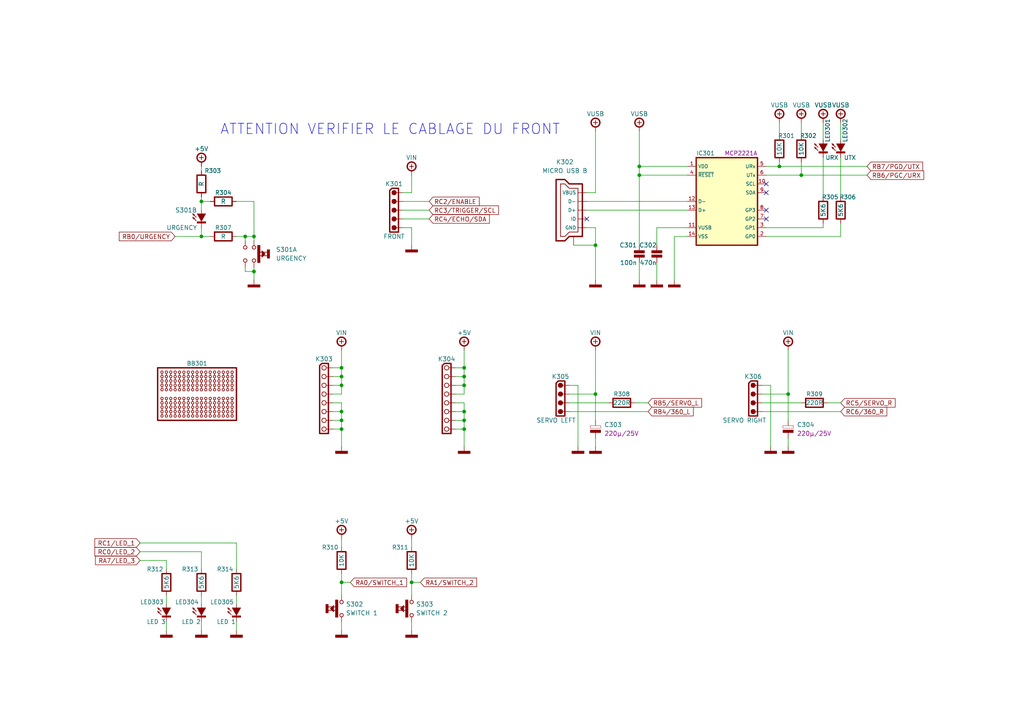
<source format=kicad_sch>
(kicad_sch (version 20210126) (generator eeschema)
  (paper "A4")
  (title_block (title "HID") (date "01/2021") (rev "A") (comment 1 "TBOT - PIC8-Bit"))
  (lib_symbols
    (symbol "tronixALL:+5V" (power) (pin_numbers hide) (pin_names (offset 0) hide)
      (property "Value" "+5V" (at 0 5.08 0))
      (symbol "+5V_1_1"
        (pin power_in line (at 0 0 90) (length 1.27) (name "+5V") (number "1"))
      )
    )
    (symbol "tronixALL:BREADBOARD-170" (pin_numbers hide) (pin_names (offset 0) hide)
      (property "Reference" "BB" (at 0 8.89 0))
    )
    (symbol "tronixALL:C" (pin_numbers hide) (pin_names (offset 0) hide)
      (property "Reference" "C" (at 0.635 2.54 0))
      (property "Value" "C" (at 0.635 -2.54 0))
      (symbol "C_1_1"
        (pin passive line (at 0 2.54 270) (length 1.905) (name "~") (number "1"))
        (pin passive line (at 0 -2.54 90) (length 1.905) (name "~") (number "2"))
      )
    )
    (symbol "tronixALL:CK-PTS635-50-THT" (pin_numbers hide) (pin_names (offset 0) hide)
      (property "Reference" "S" (at 0 6.35 0))
      (property "Value" "CK-PTS635-50-THT" (at 0 -2.54 0))
      (symbol "CK-PTS635-50-THT_0_1"
        (pin passive line (at -3.81 0 0) (length 1.27) (name "1") (number "1"))
        (pin passive line (at 3.81 0 180) (length 1.27) (name "2") (number "2"))
      )
    )
    (symbol "tronixALL:C_1" (pin_numbers hide) (pin_names (offset 0) hide)
      (property "Reference" "C" (at 0.635 2.54 0))
      (property "Value" "C" (at 0.635 -2.54 0))
      (symbol "C_1_1_1"
        (pin passive line (at 0 2.54 270) (length 1.905) (name "~") (number "1"))
        (pin passive line (at 0 -2.54 90) (length 1.905) (name "~") (number "2"))
      )
    )
    (symbol "tronixALL:E-SWITCH-TL1240RQ1JCLR" (pin_numbers hide) (pin_names (offset 0) hide)
      (property "Reference" "S" (at 0 6.35 0))
      (property "Value" "E-SWITCH-TL1240RQ1JCLR" (at 0 -5.08 0))
      (symbol "E-SWITCH-TL1240RQ1JCLR_1_1"
        (pin passive line (at -3.81 0 0) (length 1.27) (name "1") (number "1"))
        (pin passive line (at 3.81 0 180) (length 1.27) (name "4") (number "4"))
        (pin passive line (at 3.81 -2.54 180) (length 1.27) (name "3") (number "3"))
        (pin passive line (at -3.81 -2.54 0) (length 1.27) (name "2") (number "2"))
      )
      (symbol "E-SWITCH-TL1240RQ1JCLR_2_1"
        (pin passive line (at -2.54 0 0) (length 1.27) (name "C") (number "5"))
        (pin passive line (at 2.54 0 180) (length 1.27) (name "A") (number "6"))
      )
    )
    (symbol "tronixALL:E-SWITCH-TL1240RQ1JCLR_1" (pin_numbers hide) (pin_names (offset 0) hide)
      (property "Reference" "S" (at 0 6.35 0))
      (property "Value" "E-SWITCH-TL1240RQ1JCLR" (at 0 -5.08 0))
      (symbol "E-SWITCH-TL1240RQ1JCLR_1_1_1"
        (pin passive line (at -3.81 0 0) (length 1.27) (name "1") (number "1"))
        (pin passive line (at 3.81 0 180) (length 1.27) (name "4") (number "4"))
        (pin passive line (at 3.81 -2.54 180) (length 1.27) (name "3") (number "3"))
        (pin passive line (at -3.81 -2.54 0) (length 1.27) (name "2") (number "2"))
      )
      (symbol "E-SWITCH-TL1240RQ1JCLR_1_2_1"
        (pin passive line (at -2.54 0 0) (length 1.27) (name "C") (number "5"))
        (pin passive line (at 2.54 0 180) (length 1.27) (name "A") (number "6"))
      )
    )
    (symbol "tronixALL:FCI-USB-TYPE-B-MICRO-THT_1" (pin_numbers hide) (pin_names (offset 0.5))
      (property "Reference" "K" (at 0 12.7 0))
      (property "Value" "FCI-USB-TYPE-B-MICRO-THT" (at 0 10.16 0))
      (symbol "FCI-USB-TYPE-B-MICRO-THT_1_1_1"
        (pin power_out line (at 5.08 5.08 180) (length 2.54) (name "VBUS") (number "1"))
        (pin bidirectional line (at 5.08 2.54 180) (length 2.54) (name "D-") (number "2"))
        (pin bidirectional line (at 5.08 0 180) (length 2.54) (name "D+") (number "3"))
        (pin power_out line (at 5.08 -5.08 180) (length 2.54) (name "GND") (number "5"))
        (pin passive line (at 5.08 -2.54 180) (length 2.54) (name "ID") (number "4"))
        (pin passive line (at 1.27 -10.16 90) (length 2.54) (name "SHIELD") (number "6"))
      )
    )
    (symbol "tronixALL:GND" (power) (pin_numbers hide) (pin_names (offset 0) hide)
      (symbol "GND_1_1"
        (pin power_in line (at 0 0 270) (length 1.27) (name "GND") (number "1"))
      )
    )
    (symbol "tronixALL:GND_1" (power) (pin_numbers hide) (pin_names (offset 0) hide)
      (symbol "GND_1_1_1"
        (pin power_in line (at 0 0 270) (length 1.27) (name "GND") (number "1"))
      )
    )
    (symbol "tronixALL:GND_10" (power) (pin_numbers hide) (pin_names (offset 0) hide)
      (symbol "GND_10_1_1"
        (pin power_in line (at 0 0 270) (length 1.27) (name "GND") (number "1"))
      )
    )
    (symbol "tronixALL:GND_11" (power) (pin_numbers hide) (pin_names (offset 0) hide)
      (symbol "GND_11_1_1"
        (pin power_in line (at 0 0 270) (length 1.27) (name "GND") (number "1"))
      )
    )
    (symbol "tronixALL:GND_2" (power) (pin_numbers hide) (pin_names (offset 0) hide)
      (symbol "GND_2_1_1"
        (pin power_in line (at 0 0 270) (length 1.27) (name "GND") (number "1"))
      )
    )
    (symbol "tronixALL:GND_3" (power) (pin_numbers hide) (pin_names (offset 0) hide)
      (symbol "GND_3_1_1"
        (pin power_in line (at 0 0 270) (length 1.27) (name "GND") (number "1"))
      )
    )
    (symbol "tronixALL:GND_5" (power) (pin_numbers hide) (pin_names (offset 0) hide)
      (symbol "GND_5_1_1"
        (pin power_in line (at 0 0 270) (length 1.27) (name "GND") (number "1"))
      )
    )
    (symbol "tronixALL:GND_6" (power) (pin_numbers hide) (pin_names (offset 0) hide)
      (symbol "GND_6_1_1"
        (pin power_in line (at 0 0 270) (length 1.27) (name "GND") (number "1"))
      )
    )
    (symbol "tronixALL:GND_7" (power) (pin_numbers hide) (pin_names (offset 0) hide)
      (symbol "GND_7_1_1"
        (pin power_in line (at 0 0 270) (length 1.27) (name "GND") (number "1"))
      )
    )
    (symbol "tronixALL:GND_8" (power) (pin_numbers hide) (pin_names (offset 0) hide)
      (symbol "GND_8_1_1"
        (pin power_in line (at 0 0 270) (length 1.27) (name "GND") (number "1"))
      )
    )
    (symbol "tronixALL:GND_9" (power) (pin_numbers hide) (pin_names (offset 0) hide)
      (symbol "GND_9_1_1"
        (pin power_in line (at 0 0 270) (length 1.27) (name "GND") (number "1"))
      )
    )
    (symbol "tronixALL:JST-PH-B5B-K" (pin_numbers hide) (pin_names (offset 0) hide)
      (property "Reference" "K" (at 0 2.54 0))
      (property "Value" "JST-PH-B5B-K" (at 0 -12.7 0))
      (symbol "JST-PH-B5B-K_1_1"
        (pin passive line (at -2.54 0 0) (length 1.905) (name "1") (number "1"))
        (pin passive line (at -2.54 -2.54 0) (length 1.905) (name "2") (number "2"))
        (pin passive line (at -2.54 -5.08 0) (length 1.905) (name "3") (number "3"))
        (pin passive line (at -2.54 -7.62 0) (length 1.905) (name "4") (number "4"))
        (pin passive line (at -2.54 -10.16 0) (length 1.905) (name "5") (number "5"))
      )
    )
    (symbol "tronixALL:LED" (pin_numbers hide) (pin_names (offset 0) hide)
      (property "Reference" "LED" (at 0 -2.54 0))
      (property "Value" "LED" (at 0 -5.08 0))
      (symbol "LED_1_1"
        (pin passive line (at -2.54 0 0) (length 1.27) (name "K") (number "1"))
        (pin passive line (at 2.54 0 180) (length 1.27) (name "A") (number "2"))
      )
    )
    (symbol "tronixALL:LED_1" (pin_numbers hide) (pin_names (offset 0) hide)
      (property "Reference" "LED" (at 0 -2.54 0))
      (property "Value" "LED" (at 0 -5.08 0))
      (symbol "LED_1_1_1"
        (pin passive line (at -2.54 0 0) (length 1.27) (name "K") (number "1"))
        (pin passive line (at 2.54 0 180) (length 1.27) (name "A") (number "2"))
      )
    )
    (symbol "tronixALL:LED_2" (pin_numbers hide) (pin_names (offset 0) hide)
      (property "Reference" "LED" (at 0 -2.54 0))
      (property "Value" "LED" (at 0 -5.08 0))
      (symbol "LED_2_1_1"
        (pin passive line (at -2.54 0 0) (length 1.27) (name "K") (number "1"))
        (pin passive line (at 2.54 0 180) (length 1.27) (name "A") (number "2"))
      )
    )
    (symbol "tronixALL:LED_3" (pin_numbers hide) (pin_names (offset 0) hide)
      (property "Reference" "LED" (at 0 -2.54 0))
      (property "Value" "LED" (at 0 -5.08 0))
      (symbol "LED_3_1_1"
        (pin passive line (at -2.54 0 0) (length 1.27) (name "K") (number "1"))
        (pin passive line (at 2.54 0 180) (length 1.27) (name "A") (number "2"))
      )
    )
    (symbol "tronixALL:LED_4" (pin_numbers hide) (pin_names (offset 0) hide)
      (property "Reference" "LED" (at 0 -2.54 0))
      (property "Value" "LED" (at 0 -5.08 0))
      (symbol "LED_4_1_1"
        (pin passive line (at -2.54 0 0) (length 1.27) (name "K") (number "1"))
        (pin passive line (at 2.54 0 180) (length 1.27) (name "A") (number "2"))
      )
    )
    (symbol "tronixALL:M20-782084x" (pin_numbers hide) (pin_names (offset 0) hide)
      (property "Reference" "K" (at 0 2.54 0))
      (property "Value" "M20-782084x" (at 0 -20.32 0))
      (symbol "M20-782084x_1_1"
        (pin passive line (at -2.54 0 0) (length 1.905) (name "Pin_1") (number "1"))
        (pin passive line (at -2.54 -2.54 0) (length 1.905) (name "Pin_2") (number "2"))
        (pin passive line (at -2.54 -5.08 0) (length 1.905) (name "Pin_3") (number "3"))
        (pin passive line (at -2.54 -7.62 0) (length 1.905) (name "Pin_4") (number "4"))
        (pin passive line (at -2.54 -10.16 0) (length 1.905) (name "Pin_5") (number "5"))
        (pin passive line (at -2.54 -12.7 0) (length 1.905) (name "Pin_6") (number "6"))
        (pin passive line (at -2.54 -15.24 0) (length 1.905) (name "Pin_7") (number "7"))
        (pin passive line (at -2.54 -17.78 0) (length 1.905) (name "Pin_8") (number "8"))
      )
    )
    (symbol "tronixALL:M20-999044x" (pin_numbers hide) (pin_names (offset 0) hide)
      (property "Reference" "K" (at 0 2.54 0))
      (property "Value" "M20-999044x" (at 0 -10.16 0))
      (symbol "M20-999044x_1_1"
        (pin passive line (at -2.54 0 0) (length 1.905) (name "1") (number "1"))
        (pin passive line (at -2.54 -2.54 0) (length 1.905) (name "2") (number "2"))
        (pin passive line (at -2.54 -5.08 0) (length 1.905) (name "3") (number "3"))
        (pin passive line (at -2.54 -7.62 0) (length 1.905) (name "4") (number "4"))
      )
    )
    (symbol "tronixALL:M20-999044x_1" (pin_numbers hide) (pin_names (offset 0) hide)
      (property "Reference" "K" (at 0 2.54 0))
      (property "Value" "M20-999044x" (at 0 -10.16 0))
      (symbol "M20-999044x_1_1_1"
        (pin passive line (at -2.54 0 0) (length 1.905) (name "1") (number "1"))
        (pin passive line (at -2.54 -2.54 0) (length 1.905) (name "2") (number "2"))
        (pin passive line (at -2.54 -5.08 0) (length 1.905) (name "3") (number "3"))
        (pin passive line (at -2.54 -7.62 0) (length 1.905) (name "4") (number "4"))
      )
    )
    (symbol "tronixALL:M20-999084x_1" (pin_numbers hide) (pin_names (offset 0) hide)
      (property "Reference" "K" (at 0 2.54 0))
      (property "Value" "M20-782084x" (at 0 -20.32 0))
      (symbol "M20-999084x_1_1_1"
        (pin passive line (at -2.54 0 0) (length 1.905) (name "Pin_1") (number "1"))
        (pin passive line (at -2.54 -2.54 0) (length 1.905) (name "Pin_2") (number "2"))
        (pin passive line (at -2.54 -5.08 0) (length 1.905) (name "Pin_3") (number "3"))
        (pin passive line (at -2.54 -7.62 0) (length 1.905) (name "Pin_4") (number "4"))
        (pin passive line (at -2.54 -10.16 0) (length 1.905) (name "Pin_5") (number "5"))
        (pin passive line (at -2.54 -12.7 0) (length 1.905) (name "Pin_6") (number "6"))
        (pin passive line (at -2.54 -15.24 0) (length 1.905) (name "Pin_7") (number "7"))
        (pin passive line (at -2.54 -17.78 0) (length 1.905) (name "Pin_8") (number "8"))
      )
    )
    (symbol "tronixALL:MCP2221A-ISL" (pin_names (offset 0.5))
      (property "Reference" "IC" (at -8.89 13.97 0))
      (property "Name" "MCP2221A" (at 8.89 13.97 0))
      (symbol "MCP2221A-ISL_1_1"
        (pin power_in line (at -11.43 10.16 0) (length 2.54) (name "VDD") (number "1"))
        (pin bidirectional line (at 11.43 5.08 180) (length 2.54) (name "SCL") (number "10"))
        (pin passive line (at -11.43 -7.62 0) (length 2.54) (name "VUSB") (number "11"))
        (pin bidirectional line (at -11.43 0 0) (length 2.54) (name "D-") (number "12"))
        (pin bidirectional line (at -11.43 -2.54 0) (length 2.54) (name "D+") (number "13"))
        (pin power_in line (at -11.43 -10.16 0) (length 2.54) (name "VSS") (number "14"))
        (pin bidirectional line (at 11.43 -10.16 180) (length 2.54) (name "GP0") (number "2"))
        (pin bidirectional line (at 11.43 -7.62 180) (length 2.54) (name "GP1") (number "3"))
        (pin input line (at -11.43 7.62 0) (length 2.54) (name "~RESET") (number "4"))
        (pin input line (at 11.43 10.16 180) (length 2.54) (name "URx") (number "5"))
        (pin output line (at 11.43 7.62 180) (length 2.54) (name "UTx") (number "6"))
        (pin bidirectional line (at 11.43 -5.08 180) (length 2.54) (name "GP2") (number "7"))
        (pin bidirectional line (at 11.43 -2.54 180) (length 2.54) (name "GP3") (number "8"))
        (pin bidirectional line (at 11.43 2.54 180) (length 2.54) (name "SDA") (number "9"))
      )
    )
    (symbol "tronixALL:R" (pin_numbers hide) (pin_names (offset 0) hide)
      (property "Reference" "R" (at 2.54 0 90))
      (property "Value" "R" (at 0 0 90))
      (symbol "R_1_1"
        (pin passive line (at 0 3.81 270) (length 1.27) (name "~") (number "1"))
        (pin passive line (at 0 -3.81 90) (length 1.27) (name "~") (number "2"))
      )
    )
    (symbol "tronixALL:R_1" (pin_numbers hide) (pin_names (offset 0) hide)
      (property "Reference" "R" (at 2.54 0 90))
      (property "Value" "R" (at 0 0 90))
      (symbol "R_1_1_1"
        (pin passive line (at 0 3.81 270) (length 1.27) (name "~") (number "1"))
        (pin passive line (at 0 -3.81 90) (length 1.27) (name "~") (number "2"))
      )
    )
    (symbol "tronixALL:R_10" (pin_numbers hide) (pin_names (offset 0) hide)
      (property "Reference" "R" (at 2.54 0 90))
      (property "Value" "R" (at 0 0 90))
      (symbol "R_10_1_1"
        (pin passive line (at 0 3.81 270) (length 1.27) (name "~") (number "1"))
        (pin passive line (at 0 -3.81 90) (length 1.27) (name "~") (number "2"))
      )
    )
    (symbol "tronixALL:R_11" (pin_numbers hide) (pin_names (offset 0) hide)
      (property "Reference" "R" (at 2.54 0 90))
      (property "Value" "R" (at 0 0 90))
      (symbol "R_11_1_1"
        (pin passive line (at 0 3.81 270) (length 1.27) (name "~") (number "1"))
        (pin passive line (at 0 -3.81 90) (length 1.27) (name "~") (number "2"))
      )
    )
    (symbol "tronixALL:R_2" (pin_numbers hide) (pin_names (offset 0) hide)
      (property "Reference" "R" (at 2.54 0 90))
      (property "Value" "R" (at 0 0 90))
      (symbol "R_2_1_1"
        (pin passive line (at 0 3.81 270) (length 1.27) (name "~") (number "1"))
        (pin passive line (at 0 -3.81 90) (length 1.27) (name "~") (number "2"))
      )
    )
    (symbol "tronixALL:R_3" (pin_numbers hide) (pin_names (offset 0) hide)
      (property "Reference" "R" (at 2.54 0 90))
      (property "Value" "R" (at 0 0 90))
      (symbol "R_3_1_1"
        (pin passive line (at 0 3.81 270) (length 1.27) (name "~") (number "1"))
        (pin passive line (at 0 -3.81 90) (length 1.27) (name "~") (number "2"))
      )
    )
    (symbol "tronixALL:R_4" (pin_numbers hide) (pin_names (offset 0) hide)
      (property "Reference" "R" (at 2.54 0 90))
      (property "Value" "R" (at 0 0 90))
      (symbol "R_4_1_1"
        (pin passive line (at 0 3.81 270) (length 1.27) (name "~") (number "1"))
        (pin passive line (at 0 -3.81 90) (length 1.27) (name "~") (number "2"))
      )
    )
    (symbol "tronixALL:R_5" (pin_numbers hide) (pin_names (offset 0) hide)
      (property "Reference" "R" (at 2.54 0 90))
      (property "Value" "R" (at 0 0 90))
      (symbol "R_5_1_1"
        (pin passive line (at 0 3.81 270) (length 1.27) (name "~") (number "1"))
        (pin passive line (at 0 -3.81 90) (length 1.27) (name "~") (number "2"))
      )
    )
    (symbol "tronixALL:R_6" (pin_numbers hide) (pin_names (offset 0) hide)
      (property "Reference" "R" (at 2.54 0 90))
      (property "Value" "R" (at 0 0 90))
      (symbol "R_6_1_1"
        (pin passive line (at 0 3.81 270) (length 1.27) (name "~") (number "1"))
        (pin passive line (at 0 -3.81 90) (length 1.27) (name "~") (number "2"))
      )
    )
    (symbol "tronixALL:R_7" (pin_numbers hide) (pin_names (offset 0) hide)
      (property "Reference" "R" (at 2.54 0 90))
      (property "Value" "R" (at 0 0 90))
      (symbol "R_7_1_1"
        (pin passive line (at 0 3.81 270) (length 1.27) (name "~") (number "1"))
        (pin passive line (at 0 -3.81 90) (length 1.27) (name "~") (number "2"))
      )
    )
    (symbol "tronixALL:R_8" (pin_numbers hide) (pin_names (offset 0) hide)
      (property "Reference" "R" (at 2.54 0 90))
      (property "Value" "R" (at 0 0 90))
      (symbol "R_8_1_1"
        (pin passive line (at 0 3.81 270) (length 1.27) (name "~") (number "1"))
        (pin passive line (at 0 -3.81 90) (length 1.27) (name "~") (number "2"))
      )
    )
    (symbol "tronixALL:R_9" (pin_numbers hide) (pin_names (offset 0) hide)
      (property "Reference" "R" (at 2.54 0 90))
      (property "Value" "R" (at 0 0 90))
      (symbol "R_9_1_1"
        (pin passive line (at 0 3.81 270) (length 1.27) (name "~") (number "1"))
        (pin passive line (at 0 -3.81 90) (length 1.27) (name "~") (number "2"))
      )
    )
    (symbol "tronixALL:UVZ-220U-25V" (pin_numbers hide) (pin_names (offset 0) hide)
      (property "Reference" "C" (at 0.635 2.54 0))
      (property "Name" "220µ/25V" (at 0 -2.54 0))
      (symbol "UVZ-220U-25V_1_1"
        (pin passive line (at 0 2.54 270) (length 1.5) (name "~") (number "1"))
        (pin passive line (at 0 -2.54 90) (length 1.905) (name "~") (number "2"))
      )
    )
    (symbol "tronixALL:VIN" (power) (pin_numbers hide) (pin_names (offset 0) hide)
      (property "Value" "VIN" (at 0 5.08 0))
      (symbol "VIN_1_1"
        (pin power_in line (at 0 0 90) (length 1.27) (name "VIN") (number "1"))
      )
    )
    (symbol "tronixALL:VIN_3" (power) (pin_numbers hide) (pin_names (offset 0) hide)
      (property "Value" "VIN" (at 0 5.08 0))
      (symbol "VIN_3_1_1"
        (pin power_in line (at 0 0 90) (length 1.27) (name "VIN") (number "1"))
      )
    )
    (symbol "tronixALL:VUSB" (power) (pin_numbers hide) (pin_names (offset 0) hide)
      (property "Value" "VUSB" (at 0 5.08 0))
      (symbol "VUSB_1_1"
        (pin power_in line (at 0 0 90) (length 1.27) (name "VUSB") (number "1"))
      )
    )
  )
  (junction (at 58.42 58.42) (diameter 0.9144))
  (junction (at 58.42 68.58) (diameter 0.9144))
  (junction (at 71.12 68.58) (diameter 0.9144))
  (junction (at 73.66 68.58) (diameter 0.9144))
  (junction (at 73.66 78.74) (diameter 0.9144))
  (junction (at 99.06 106.68) (diameter 0.9144))
  (junction (at 99.06 109.22) (diameter 0.9144))
  (junction (at 99.06 111.76) (diameter 0.9144))
  (junction (at 99.06 119.38) (diameter 0.9144))
  (junction (at 99.06 121.92) (diameter 0.9144))
  (junction (at 99.06 124.46) (diameter 0.9144))
  (junction (at 99.06 168.91) (diameter 0.9144))
  (junction (at 119.38 168.91) (diameter 0.9144))
  (junction (at 134.62 106.68) (diameter 0.9144))
  (junction (at 134.62 109.22) (diameter 0.9144))
  (junction (at 134.62 111.76) (diameter 0.9144))
  (junction (at 134.62 119.38) (diameter 0.9144))
  (junction (at 134.62 121.92) (diameter 0.9144))
  (junction (at 134.62 124.46) (diameter 0.9144))
  (junction (at 172.72 71.12) (diameter 0.9144))
  (junction (at 172.72 114.3) (diameter 0.9144))
  (junction (at 185.42 48.26) (diameter 0.9144))
  (junction (at 185.42 50.8) (diameter 0.9144))
  (junction (at 226.06 48.26) (diameter 0.9144))
  (junction (at 228.6 114.3) (diameter 0.9144))
  (junction (at 232.41 50.8) (diameter 0.9144))
  (no_connect (at 170.18 63.5))
  (no_connect (at 222.25 53.34))
  (no_connect (at 222.25 55.88))
  (no_connect (at 222.25 60.96))
  (no_connect (at 222.25 63.5))
  (wire (pts (xy 40.64 157.48) (xy 68.58 157.48)))
  (wire (pts (xy 40.64 160.02) (xy 58.42 160.02)))
  (wire (pts (xy 40.64 162.56) (xy 48.26 162.56)))
  (wire (pts (xy 48.26 162.56) (xy 48.26 165.1)))
  (wire (pts (xy 48.26 172.72) (xy 48.26 175.26)))
  (wire (pts (xy 48.26 180.34) (xy 48.26 182.88)))
  (wire (pts (xy 50.8 68.58) (xy 58.42 68.58)))
  (wire (pts (xy 58.42 48.26) (xy 58.42 49.53)))
  (wire (pts (xy 58.42 57.15) (xy 58.42 58.42)))
  (wire (pts (xy 58.42 58.42) (xy 58.42 60.96)))
  (wire (pts (xy 58.42 58.42) (xy 60.96 58.42)))
  (wire (pts (xy 58.42 68.58) (xy 58.42 66.04)))
  (wire (pts (xy 58.42 160.02) (xy 58.42 165.1)))
  (wire (pts (xy 58.42 172.72) (xy 58.42 175.26)))
  (wire (pts (xy 58.42 180.34) (xy 58.42 182.88)))
  (wire (pts (xy 60.96 68.58) (xy 58.42 68.58)))
  (wire (pts (xy 68.58 58.42) (xy 73.66 58.42)))
  (wire (pts (xy 68.58 68.58) (xy 71.12 68.58)))
  (wire (pts (xy 68.58 157.48) (xy 68.58 165.1)))
  (wire (pts (xy 68.58 172.72) (xy 68.58 175.26)))
  (wire (pts (xy 68.58 180.34) (xy 68.58 182.88)))
  (wire (pts (xy 71.12 68.58) (xy 71.12 69.85)))
  (wire (pts (xy 71.12 68.58) (xy 73.66 68.58)))
  (wire (pts (xy 71.12 77.47) (xy 71.12 78.74)))
  (wire (pts (xy 71.12 78.74) (xy 73.66 78.74)))
  (wire (pts (xy 73.66 58.42) (xy 73.66 68.58)))
  (wire (pts (xy 73.66 68.58) (xy 73.66 69.85)))
  (wire (pts (xy 73.66 77.47) (xy 73.66 78.74)))
  (wire (pts (xy 73.66 78.74) (xy 73.66 81.28)))
  (wire (pts (xy 96.52 106.68) (xy 99.06 106.68)))
  (wire (pts (xy 96.52 109.22) (xy 99.06 109.22)))
  (wire (pts (xy 96.52 111.76) (xy 99.06 111.76)))
  (wire (pts (xy 96.52 114.3) (xy 99.06 114.3)))
  (wire (pts (xy 96.52 116.84) (xy 99.06 116.84)))
  (wire (pts (xy 96.52 119.38) (xy 99.06 119.38)))
  (wire (pts (xy 96.52 121.92) (xy 99.06 121.92)))
  (wire (pts (xy 96.52 124.46) (xy 99.06 124.46)))
  (wire (pts (xy 99.06 106.68) (xy 99.06 101.6)))
  (wire (pts (xy 99.06 109.22) (xy 99.06 106.68)))
  (wire (pts (xy 99.06 111.76) (xy 99.06 109.22)))
  (wire (pts (xy 99.06 114.3) (xy 99.06 111.76)))
  (wire (pts (xy 99.06 116.84) (xy 99.06 119.38)))
  (wire (pts (xy 99.06 119.38) (xy 99.06 121.92)))
  (wire (pts (xy 99.06 121.92) (xy 99.06 124.46)))
  (wire (pts (xy 99.06 124.46) (xy 99.06 129.54)))
  (wire (pts (xy 99.06 156.21) (xy 99.06 158.75)))
  (wire (pts (xy 99.06 166.37) (xy 99.06 168.91)))
  (wire (pts (xy 99.06 168.91) (xy 99.06 172.72)))
  (wire (pts (xy 99.06 168.91) (xy 101.6 168.91)))
  (wire (pts (xy 99.06 180.34) (xy 99.06 182.88)))
  (wire (pts (xy 116.84 55.88) (xy 119.38 55.88)))
  (wire (pts (xy 116.84 58.42) (xy 124.46 58.42)))
  (wire (pts (xy 116.84 60.96) (xy 124.46 60.96)))
  (wire (pts (xy 116.84 63.5) (xy 124.46 63.5)))
  (wire (pts (xy 116.84 66.04) (xy 119.38 66.04)))
  (wire (pts (xy 119.38 55.88) (xy 119.38 50.8)))
  (wire (pts (xy 119.38 66.04) (xy 119.38 71.12)))
  (wire (pts (xy 119.38 156.21) (xy 119.38 158.75)))
  (wire (pts (xy 119.38 166.37) (xy 119.38 168.91)))
  (wire (pts (xy 119.38 168.91) (xy 119.38 172.72)))
  (wire (pts (xy 119.38 168.91) (xy 121.92 168.91)))
  (wire (pts (xy 119.38 180.34) (xy 119.38 182.88)))
  (wire (pts (xy 132.08 106.68) (xy 134.62 106.68)))
  (wire (pts (xy 132.08 109.22) (xy 134.62 109.22)))
  (wire (pts (xy 132.08 111.76) (xy 134.62 111.76)))
  (wire (pts (xy 132.08 114.3) (xy 134.62 114.3)))
  (wire (pts (xy 132.08 116.84) (xy 134.62 116.84)))
  (wire (pts (xy 132.08 119.38) (xy 134.62 119.38)))
  (wire (pts (xy 132.08 121.92) (xy 134.62 121.92)))
  (wire (pts (xy 132.08 124.46) (xy 134.62 124.46)))
  (wire (pts (xy 134.62 106.68) (xy 134.62 101.6)))
  (wire (pts (xy 134.62 109.22) (xy 134.62 106.68)))
  (wire (pts (xy 134.62 111.76) (xy 134.62 109.22)))
  (wire (pts (xy 134.62 114.3) (xy 134.62 111.76)))
  (wire (pts (xy 134.62 116.84) (xy 134.62 119.38)))
  (wire (pts (xy 134.62 119.38) (xy 134.62 121.92)))
  (wire (pts (xy 134.62 121.92) (xy 134.62 124.46)))
  (wire (pts (xy 134.62 124.46) (xy 134.62 129.54)))
  (wire (pts (xy 165.1 111.76) (xy 167.64 111.76)))
  (wire (pts (xy 165.1 114.3) (xy 172.72 114.3)))
  (wire (pts (xy 165.1 116.84) (xy 176.53 116.84)))
  (wire (pts (xy 165.1 119.38) (xy 187.96 119.38)))
  (wire (pts (xy 166.37 71.12) (xy 172.72 71.12)))
  (wire (pts (xy 167.64 111.76) (xy 167.64 129.54)))
  (wire (pts (xy 170.18 55.88) (xy 172.72 55.88)))
  (wire (pts (xy 170.18 58.42) (xy 199.39 58.42)))
  (wire (pts (xy 170.18 60.96) (xy 199.39 60.96)))
  (wire (pts (xy 170.18 66.04) (xy 172.72 66.04)))
  (wire (pts (xy 172.72 55.88) (xy 172.72 38.1)))
  (wire (pts (xy 172.72 66.04) (xy 172.72 71.12)))
  (wire (pts (xy 172.72 71.12) (xy 172.72 81.28)))
  (wire (pts (xy 172.72 114.3) (xy 172.72 101.6)))
  (wire (pts (xy 172.72 114.3) (xy 172.72 121.92)))
  (wire (pts (xy 172.72 127) (xy 172.72 129.54)))
  (wire (pts (xy 184.15 116.84) (xy 187.96 116.84)))
  (wire (pts (xy 185.42 38.1) (xy 185.42 48.26)))
  (wire (pts (xy 185.42 48.26) (xy 185.42 50.8)))
  (wire (pts (xy 185.42 48.26) (xy 199.39 48.26)))
  (wire (pts (xy 185.42 50.8) (xy 185.42 71.12)))
  (wire (pts (xy 185.42 50.8) (xy 199.39 50.8)))
  (wire (pts (xy 185.42 76.2) (xy 185.42 81.28)))
  (wire (pts (xy 190.5 66.04) (xy 190.5 71.12)))
  (wire (pts (xy 190.5 76.2) (xy 190.5 81.28)))
  (wire (pts (xy 195.58 68.58) (xy 195.58 81.28)))
  (wire (pts (xy 199.39 66.04) (xy 190.5 66.04)))
  (wire (pts (xy 199.39 68.58) (xy 195.58 68.58)))
  (wire (pts (xy 220.98 111.76) (xy 223.52 111.76)))
  (wire (pts (xy 220.98 114.3) (xy 228.6 114.3)))
  (wire (pts (xy 220.98 116.84) (xy 232.41 116.84)))
  (wire (pts (xy 220.98 119.38) (xy 243.84 119.38)))
  (wire (pts (xy 222.25 48.26) (xy 226.06 48.26)))
  (wire (pts (xy 222.25 50.8) (xy 232.41 50.8)))
  (wire (pts (xy 222.25 66.04) (xy 238.76 66.04)))
  (wire (pts (xy 222.25 68.58) (xy 243.84 68.58)))
  (wire (pts (xy 223.52 111.76) (xy 223.52 129.54)))
  (wire (pts (xy 226.06 35.56) (xy 226.06 39.37)))
  (wire (pts (xy 226.06 48.26) (xy 226.06 46.99)))
  (wire (pts (xy 226.06 48.26) (xy 251.46 48.26)))
  (wire (pts (xy 228.6 114.3) (xy 228.6 101.6)))
  (wire (pts (xy 228.6 114.3) (xy 228.6 121.92)))
  (wire (pts (xy 228.6 127) (xy 228.6 129.54)))
  (wire (pts (xy 232.41 35.56) (xy 232.41 39.37)))
  (wire (pts (xy 232.41 50.8) (xy 232.41 46.99)))
  (wire (pts (xy 232.41 50.8) (xy 251.46 50.8)))
  (wire (pts (xy 238.76 35.56) (xy 238.76 40.64)))
  (wire (pts (xy 238.76 45.72) (xy 238.76 57.15)))
  (wire (pts (xy 238.76 66.04) (xy 238.76 64.77)))
  (wire (pts (xy 240.03 116.84) (xy 243.84 116.84)))
  (wire (pts (xy 243.84 35.56) (xy 243.84 40.64)))
  (wire (pts (xy 243.84 45.72) (xy 243.84 57.15)))
  (wire (pts (xy 243.84 68.58) (xy 243.84 64.77)))
  (text "ATTENTION VERIFIER LE CABLAGE DU FRONT" (at 162.56 39.37 180) (effects (font (size 3 3)) (justify right bottom)))
  (global_label "RC1{slash}LED_1" (shape input) (at 40.64 157.48 180) (property "Intersheet References" "${INTERSHEET_REFS}" (effects hide)))
  (global_label "RC0{slash}LED_2" (shape input) (at 40.64 160.02 180) (property "Intersheet References" "${INTERSHEET_REFS}" (effects hide)))
  (global_label "RA7{slash}LED_3" (shape input) (at 40.64 162.56 180) (property "Intersheet References" "${INTERSHEET_REFS}" (effects hide)))
  (global_label "RB0{slash}URGENCY" (shape input) (at 50.8 68.58 180) (property "Intersheet References" "${INTERSHEET_REFS}" (effects hide)))
  (global_label "RA0{slash}SWITCH_1" (shape input) (at 101.6 168.91 0) (property "Intersheet References" "${INTERSHEET_REFS}" (effects hide)))
  (global_label "RA1{slash}SWITCH_2" (shape input) (at 121.92 168.91 0) (property "Intersheet References" "${INTERSHEET_REFS}" (effects hide)))
  (global_label "RC2{slash}ENABLE" (shape input) (at 124.46 58.42 0) (property "Intersheet References" "${INTERSHEET_REFS}" (effects hide)))
  (global_label "RC3{slash}TRIGGER{slash}SCL" (shape input) (at 124.46 60.96 0) (property "Intersheet References" "${INTERSHEET_REFS}" (effects hide)))
  (global_label "RC4{slash}ECHO{slash}SDA" (shape input) (at 124.46 63.5 0) (property "Intersheet References" "${INTERSHEET_REFS}" (effects hide)))
  (global_label "RB5{slash}SERVO_L" (shape input) (at 187.96 116.84 0) (property "Intersheet References" "${INTERSHEET_REFS}" (effects hide)))
  (global_label "RB4{slash}360_L" (shape input) (at 187.96 119.38 0) (property "Intersheet References" "${INTERSHEET_REFS}" (effects hide)))
  (global_label "RC5{slash}SERVO_R" (shape input) (at 243.84 116.84 0) (property "Intersheet References" "${INTERSHEET_REFS}" (effects hide)))
  (global_label "RC6{slash}360_R" (shape input) (at 243.84 119.38 0) (property "Intersheet References" "${INTERSHEET_REFS}" (effects hide)))
  (global_label "RB7{slash}PGD{slash}UTX" (shape input) (at 251.46 48.26 0) (property "Intersheet References" "${INTERSHEET_REFS}" (effects hide)))
  (global_label "RB6{slash}PGC{slash}URX" (shape input) (at 251.46 50.8 0) (property "Intersheet References" "${INTERSHEET_REFS}" (effects hide)))
  (symbol (lib_name "tronixALL:GND_11") (lib_id "tronixALL:GND") (at 48.26 182.88 0) (unit 1)
    (property "Reference" "#PWR0327" (effects hide))
    (property "Value" "GND" (effects hide))
  )
  (symbol (lib_name "tronixALL:GND_10") (lib_id "tronixALL:GND") (at 58.42 182.88 0) (unit 1)
    (property "Reference" "#PWR0328" (effects hide))
    (property "Value" "GND" (effects hide))
  )
  (symbol (lib_name "tronixALL:GND_9") (lib_id "tronixALL:GND") (at 68.58 182.88 0) (unit 1)
    (property "Reference" "#PWR0329" (effects hide))
    (property "Value" "GND" (effects hide))
  )
  (symbol (lib_id "tronixALL:GND") (at 73.66 81.28 0) (mirror y) (unit 1)
    (property "Reference" "#PWR0310" (effects hide))
    (property "Value" "GND" (effects hide))
  )
  (symbol (lib_id "tronixALL:GND") (at 99.06 129.54 0) (unit 1)
    (property "Reference" "#PWR0319" (effects hide))
    (property "Value" "GND" (effects hide))
  )
  (symbol (lib_name "tronixALL:GND_3") (lib_id "tronixALL:GND") (at 99.06 182.88 0) (unit 1)
    (property "Reference" "#PWR0330" (effects hide))
    (property "Value" "GND" (effects hide))
  )
  (symbol (lib_id "tronixALL:GND") (at 119.38 71.12 0) (mirror y) (unit 1)
    (property "Reference" "#PWR0309" (effects hide))
    (property "Value" "GND" (effects hide))
  )
  (symbol (lib_name "tronixALL:GND_2") (lib_id "tronixALL:GND") (at 119.38 182.88 0) (unit 1)
    (property "Reference" "#PWR0331" (effects hide))
    (property "Value" "GND" (effects hide))
  )
  (symbol (lib_name "tronixALL:GND_1") (lib_id "tronixALL:GND") (at 134.62 129.54 0) (unit 1)
    (property "Reference" "#PWR0320" (effects hide))
    (property "Value" "GND" (effects hide))
  )
  (symbol (lib_name "tronixALL:GND_5") (lib_id "tronixALL:GND") (at 167.64 129.54 0) (unit 1)
    (property "Reference" "#PWR0321" (effects hide))
    (property "Value" "GND" (effects hide))
  )
  (symbol (lib_id "tronixALL:GND") (at 172.72 81.28 0) (mirror y) (unit 1)
    (property "Reference" "#PWR0311" (effects hide))
    (property "Value" "GND" (effects hide))
  )
  (symbol (lib_name "tronixALL:GND_8") (lib_id "tronixALL:GND") (at 172.72 129.54 0) (unit 1)
    (property "Reference" "#PWR0322" (effects hide))
    (property "Value" "GND" (effects hide))
  )
  (symbol (lib_id "tronixALL:GND") (at 185.42 81.28 0) (mirror y) (unit 1)
    (property "Reference" "#PWR0312" (effects hide))
    (property "Value" "GND" (effects hide))
  )
  (symbol (lib_id "tronixALL:GND") (at 190.5 81.28 0) (mirror y) (unit 1)
    (property "Reference" "#PWR0313" (effects hide))
    (property "Value" "GND" (effects hide))
  )
  (symbol (lib_id "tronixALL:GND") (at 195.58 81.28 0) (mirror y) (unit 1)
    (property "Reference" "#PWR0314" (effects hide))
    (property "Value" "GND" (effects hide))
  )
  (symbol (lib_name "tronixALL:GND_6") (lib_id "tronixALL:GND") (at 223.52 129.54 0) (unit 1)
    (property "Reference" "#PWR0323" (effects hide))
    (property "Value" "GND" (effects hide))
  )
  (symbol (lib_name "tronixALL:GND_7") (lib_id "tronixALL:GND") (at 228.6 129.54 0) (unit 1)
    (property "Reference" "#PWR0324" (effects hide))
    (property "Value" "GND" (effects hide))
  )
  (symbol (lib_id "tronixALL:+5V") (at 58.42 48.26 0) (unit 1)
    (property "Reference" "#PWR0307" (effects hide))
    (property "Value" "+5V" (at 58.42 43.18 0))
  )
  (symbol (lib_id "tronixALL:VIN") (at 99.06 101.6 0) (unit 1)
    (property "Reference" "#PWR0315" (effects hide))
    (property "Value" "VIN" (at 99.06 96.52 0))
  )
  (symbol (lib_id "tronixALL:+5V") (at 99.06 156.21 0) (mirror y) (unit 1)
    (property "Reference" "#PWR0325" (effects hide))
    (property "Value" "+5V" (at 99.06 151.13 0))
  )
  (symbol (lib_name "tronixALL:VIN_3") (lib_id "tronixALL:VIN") (at 119.38 50.8 0) (mirror y) (unit 1)
    (property "Reference" "#PWR0308" (effects hide))
    (property "Value" "VIN" (at 119.38 45.72 0))
  )
  (symbol (lib_id "tronixALL:+5V") (at 119.38 156.21 0) (mirror y) (unit 1)
    (property "Reference" "#PWR0326" (effects hide))
    (property "Value" "+5V" (at 119.38 151.13 0))
  )
  (symbol (lib_id "tronixALL:+5V") (at 134.62 101.6 0) (mirror y) (unit 1)
    (property "Reference" "#PWR0316" (effects hide))
    (property "Value" "+5V" (at 134.62 96.52 0))
  )
  (symbol (lib_id "tronixALL:VUSB") (at 172.72 38.1 0) (unit 1)
    (property "Reference" "#PWR0305" (effects hide))
    (property "Value" "VUSB" (at 172.72 33.02 0))
  )
  (symbol (lib_id "tronixALL:VIN") (at 172.72 101.6 0) (unit 1)
    (property "Reference" "#PWR0317" (effects hide))
    (property "Value" "VIN" (at 172.72 96.52 0))
  )
  (symbol (lib_id "tronixALL:VUSB") (at 185.42 38.1 0) (unit 1)
    (property "Reference" "#PWR0306" (effects hide))
    (property "Value" "VUSB" (at 185.42 33.02 0))
  )
  (symbol (lib_id "tronixALL:VUSB") (at 226.06 35.56 0) (unit 1)
    (property "Reference" "#PWR0301" (effects hide))
    (property "Value" "VUSB" (at 226.06 30.48 0))
  )
  (symbol (lib_id "tronixALL:VIN") (at 228.6 101.6 0) (unit 1)
    (property "Reference" "#PWR0318" (effects hide))
    (property "Value" "VIN" (at 228.6 96.52 0))
  )
  (symbol (lib_id "tronixALL:VUSB") (at 232.41 35.56 0) (unit 1)
    (property "Reference" "#PWR0302" (effects hide))
    (property "Value" "VUSB" (at 232.41 30.48 0))
  )
  (symbol (lib_id "tronixALL:VUSB") (at 238.76 35.56 0) (unit 1)
    (property "Reference" "#PWR0303" (effects hide))
    (property "Value" "VUSB" (at 238.76 30.48 0))
  )
  (symbol (lib_id "tronixALL:VUSB") (at 243.84 35.56 0) (unit 1)
    (property "Reference" "#PWR0304" (effects hide))
    (property "Value" "VUSB" (at 243.84 30.48 0))
  )
  (symbol (lib_id "tronixALL:UVZ-220U-25V") (at 172.72 124.46 0) (unit 1)
    (property "Reference" "C303" (at 175.26 123.19 0) (effects (justify left)))
    (property "Value" "UVZ-220U-25V" (effects hide))
    (property "Footprint" "tronixALL:CAPACITOR-ELECTROLYTIC-RADIAL-080-115-035" (effects hide))
    (property "Datasheet" "http://www.nichicon.co.jp/english/products/pdfs/e-uvz.pdf" (effects hide))
    (property "Name" "220µ/25V" (at 175.26 125.73 0) (effects (justify left)))
  )
  (symbol (lib_id "tronixALL:C") (at 185.42 73.66 0) (unit 1)
    (property "Reference" "C301" (at 184.785 71.12 0) (effects (justify right)))
    (property "Value" "100n" (at 184.785 76.2 0) (effects (justify right)))
    (property "Footprint" "tronixALL:CAPACITOR_1206" (effects hide))
  )
  (symbol (lib_name "tronixALL:C_1") (lib_id "tronixALL:C") (at 190.5 73.66 0) (unit 1)
    (property "Reference" "C302" (at 190.5 71.12 0) (effects (justify right)))
    (property "Value" "470n" (at 190.5 76.2 0) (effects (justify right)))
    (property "Footprint" "tronixALL:CAPACITOR_1206" (effects hide))
  )
  (symbol (lib_id "tronixALL:UVZ-220U-25V") (at 228.6 124.46 0) (unit 1)
    (property "Reference" "C304" (at 231.14 123.19 0) (effects (justify left)))
    (property "Value" "UVZ-220U-25V" (effects hide))
    (property "Footprint" "tronixALL:CAPACITOR-ELECTROLYTIC-RADIAL-080-115-035" (effects hide))
    (property "Datasheet" "http://www.nichicon.co.jp/english/products/pdfs/e-uvz.pdf" (effects hide))
    (property "Name" "220µ/25V" (at 231.14 125.73 0) (effects (justify left)))
  )
  (symbol (lib_name "tronixALL:LED_2") (lib_id "tronixALL:LED") (at 48.26 177.8 90) (unit 1)
    (property "Reference" "LED303" (at 40.64 174.625 90) (effects (font (size 1.2 1.2)) (justify right)))
    (property "Value" "LED 3" (at 42.545 180.34 90) (effects (font (size 1.2 1.2)) (justify right)))
    (property "Footprint" "tronixALL:LED_1206" (effects hide))
  )
  (symbol (lib_id "tronixALL:E-SWITCH-TL1240RQ1JCLR") (at 58.42 63.5 90) (unit 2)
    (property "Reference" "S301" (at 50.8 60.96 90) (effects (justify right)))
    (property "Value" "URGENCY" (at 48.26 66.04 90) (effects (justify right)))
    (property "Footprint" "tronixALL:E-SWITCH-TL1240XQ1JXXX" (effects hide))
    (property "Datasheet" "https://www.e-switch.com/product-catalog/tact/product-lines/tl1240-series-illuminated-tact-switches#.XnJ2Ri2ZPUI" (effects hide))
  )
  (symbol (lib_name "tronixALL:LED_1") (lib_id "tronixALL:LED") (at 58.42 177.8 90) (unit 1)
    (property "Reference" "LED304" (at 50.8 174.625 90) (effects (font (size 1.2 1.2)) (justify right)))
    (property "Value" "LED 2" (at 52.705 180.34 90) (effects (font (size 1.2 1.2)) (justify right)))
    (property "Footprint" "tronixALL:LED_1206" (effects hide))
  )
  (symbol (lib_name "tronixALL:LED_4") (lib_id "tronixALL:LED") (at 68.58 177.8 90) (unit 1)
    (property "Reference" "LED305" (at 60.96 174.625 90) (effects (font (size 1.2 1.2)) (justify right)))
    (property "Value" "LED 1" (at 62.865 180.34 90) (effects (font (size 1.2 1.2)) (justify right)))
    (property "Footprint" "tronixALL:LED_1206" (effects hide))
  )
  (symbol (lib_name "tronixALL:LED_3") (lib_id "tronixALL:LED") (at 238.76 43.18 90) (unit 1)
    (property "Reference" "LED301" (at 240.03 41.275 0) (effects (font (size 1.2 1.2)) (justify left)))
    (property "Value" "URX" (at 243.205 45.72 90) (effects (font (size 1.2 1.2)) (justify left)))
    (property "Footprint" "tronixALL:LED_1206" (effects hide))
  )
  (symbol (lib_id "tronixALL:LED") (at 243.84 43.18 90) (unit 1)
    (property "Reference" "LED302" (at 245.11 41.275 0) (effects (font (size 1.2 1.2)) (justify left)))
    (property "Value" "UTX" (at 248.285 45.72 90) (effects (font (size 1.2 1.2)) (justify left)))
    (property "Footprint" "tronixALL:LED_1206" (effects hide))
  )
  (symbol (lib_name "tronixALL:R_3") (lib_id "tronixALL:R") (at 48.26 168.91 180) (unit 1)
    (property "Reference" "R312" (at 42.545 165.1 0) (effects (font (size 1.2 1.2)) (justify right)))
    (property "Value" "5K6" (at 48.26 168.91 90))
    (property "Footprint" "tronixALL:RESISTOR_1206" (effects hide))
  )
  (symbol (lib_name "tronixALL:R_11") (lib_id "tronixALL:R") (at 58.42 53.34 180) (unit 1)
    (property "Reference" "R303" (at 64.135 49.53 0) (effects (font (size 1.2 1.2)) (justify left)))
    (property "Value" "R" (at 58.42 53.34 90))
    (property "Footprint" "tronixALL:RESISTOR_1206" (effects hide))
  )
  (symbol (lib_name "tronixALL:R_4") (lib_id "tronixALL:R") (at 58.42 168.91 180) (unit 1)
    (property "Reference" "R313" (at 52.705 165.1 0) (effects (font (size 1.2 1.2)) (justify right)))
    (property "Value" "5K6" (at 58.42 168.91 90))
    (property "Footprint" "tronixALL:RESISTOR_1206" (effects hide))
  )
  (symbol (lib_id "tronixALL:R") (at 64.77 58.42 270) (unit 1)
    (property "Reference" "R304" (at 64.77 55.88 90) (effects (font (size 1.2 1.2))))
    (property "Value" "R" (at 64.77 58.42 90))
    (property "Footprint" "tronixALL:RESISTOR_1206" (effects hide))
  )
  (symbol (lib_id "tronixALL:R") (at 64.77 68.58 270) (unit 1)
    (property "Reference" "R307" (at 64.77 66.04 90) (effects (font (size 1.2 1.2))))
    (property "Value" "R" (at 64.77 68.58 90))
    (property "Footprint" "tronixALL:RESISTOR_1206" (effects hide))
  )
  (symbol (lib_name "tronixALL:R_10") (lib_id "tronixALL:R") (at 68.58 168.91 180) (unit 1)
    (property "Reference" "R314" (at 62.865 165.1 0) (effects (font (size 1.2 1.2)) (justify right)))
    (property "Value" "5K6" (at 68.58 168.91 90))
    (property "Footprint" "tronixALL:RESISTOR_1206" (effects hide))
  )
  (symbol (lib_name "tronixALL:R_2") (lib_id "tronixALL:R") (at 99.06 162.56 180) (unit 1)
    (property "Reference" "R310" (at 93.345 158.75 0) (effects (font (size 1.2 1.2)) (justify right)))
    (property "Value" "10K" (at 99.06 162.56 90) (effects (font (size 1.2 1.2))))
    (property "Footprint" "tronixALL:RESISTOR_1206" (effects hide))
  )
  (symbol (lib_name "tronixALL:R_1") (lib_id "tronixALL:R") (at 119.38 162.56 180) (unit 1)
    (property "Reference" "R311" (at 113.665 158.75 0) (effects (font (size 1.2 1.2)) (justify right)))
    (property "Value" "10K" (at 119.38 162.56 90))
    (property "Footprint" "tronixALL:RESISTOR_1206" (effects hide))
  )
  (symbol (lib_id "tronixALL:R") (at 180.34 116.84 270) (unit 1)
    (property "Reference" "R308" (at 180.34 114.3 90) (effects (font (size 1.2 1.2))))
    (property "Value" "220R" (at 180.34 116.84 90))
    (property "Footprint" "tronixALL:RESISTOR_1206" (effects hide))
  )
  (symbol (lib_name "tronixALL:R_5") (lib_id "tronixALL:R") (at 226.06 43.18 180) (unit 1)
    (property "Reference" "R301" (at 230.505 39.37 0) (effects (font (size 1.2 1.2)) (justify left)))
    (property "Value" "10K" (at 226.06 43.18 90))
    (property "Footprint" "tronixALL:RESISTOR_1206" (effects hide))
  )
  (symbol (lib_name "tronixALL:R_6") (lib_id "tronixALL:R") (at 232.41 43.18 180) (unit 1)
    (property "Reference" "R302" (at 236.855 39.37 0) (effects (font (size 1.2 1.2)) (justify left)))
    (property "Value" "10K" (at 232.41 43.18 90))
    (property "Footprint" "tronixALL:RESISTOR_1206" (effects hide))
  )
  (symbol (lib_name "tronixALL:R_9") (lib_id "tronixALL:R") (at 236.22 116.84 270) (unit 1)
    (property "Reference" "R309" (at 236.22 114.3 90) (effects (font (size 1.2 1.2))))
    (property "Value" "220R" (at 236.22 116.84 90))
    (property "Footprint" "tronixALL:RESISTOR_1206" (effects hide))
  )
  (symbol (lib_name "tronixALL:R_7") (lib_id "tronixALL:R") (at 238.76 60.96 180) (unit 1)
    (property "Reference" "R305" (at 243.205 57.15 0) (effects (font (size 1.2 1.2)) (justify left)))
    (property "Value" "5K6" (at 238.76 60.96 90))
    (property "Footprint" "tronixALL:RESISTOR_1206" (effects hide))
  )
  (symbol (lib_name "tronixALL:R_8") (lib_id "tronixALL:R") (at 243.84 60.96 180) (unit 1)
    (property "Reference" "R306" (at 248.285 57.15 0) (effects (font (size 1.2 1.2)) (justify left)))
    (property "Value" "5K6" (at 243.84 60.96 90))
    (property "Footprint" "tronixALL:RESISTOR_1206" (effects hide))
  )
  (symbol (lib_id "tronixALL:CK-PTS635-50-THT") (at 99.06 176.53 90) (unit 1)
    (property "Reference" "S302" (at 100.33 175.26 90) (effects (justify right)))
    (property "Value" "SWITCH 1" (at 100.33 177.8 90) (effects (justify right)))
    (property "Footprint" "tronixALL:CK-PTS635S-THT" (effects hide))
    (property "Datasheet" "http://www.ck-components.com/pts635/tactile,10590,en.html" (effects hide))
  )
  (symbol (lib_id "tronixALL:CK-PTS635-50-THT") (at 119.38 176.53 90) (unit 1)
    (property "Reference" "S303" (at 120.65 175.26 90) (effects (justify right)))
    (property "Value" "SWITCH 2" (at 120.65 177.8 90) (effects (justify right)))
    (property "Footprint" "tronixALL:CK-PTS635S-THT" (effects hide))
    (property "Datasheet" "http://www.ck-components.com/pts635/tactile,10590,en.html" (effects hide))
  )
  (symbol (lib_name "tronixALL:M20-999044x_1") (lib_id "tronixALL:M20-999044x") (at 162.56 111.76 0) (mirror y) (unit 1)
    (property "Reference" "K305" (at 162.56 109.22 0))
    (property "Value" "SERVO LEFT" (at 161.29 121.92 0))
    (property "Footprint" "tronixALL:M20-999044x" (effects hide))
    (property "Datasheet" "https://www.harwin.com/products/M20-9990846/" (effects hide))
  )
  (symbol (lib_id "tronixALL:M20-999044x") (at 218.44 111.76 0) (mirror y) (unit 1)
    (property "Reference" "K306" (at 218.44 109.22 0))
    (property "Value" "SERVO RIGHT" (at 215.9 121.92 0))
    (property "Footprint" "tronixALL:M20-999044x" (effects hide))
    (property "Datasheet" "https://www.harwin.com/products/M20-9990846/" (effects hide))
  )
  (symbol (lib_id "tronixALL:JST-PH-B5B-K") (at 114.3 55.88 0) (mirror y) (unit 1)
    (property "Reference" "K301" (at 116.84 53.34 0) (effects (justify left)))
    (property "Value" "FRONT" (at 114.3 68.58 0))
    (property "Footprint" "tronixALL:JST-PH-B5B-K" (effects hide))
    (property "Datasheet" "https://www.jst-mfg.com/product/pdf/eng/ePH.pdf?603fef265f00b" (effects hide))
  )
  (symbol (lib_name "tronixALL:E-SWITCH-TL1240RQ1JCLR_1") (lib_id "tronixALL:E-SWITCH-TL1240RQ1JCLR") (at 73.66 73.66 270) (unit 1)
    (property "Reference" "S301" (at 80.01 72.39 90) (effects (justify left)))
    (property "Value" "URGENCY" (at 80.01 74.93 90) (effects (justify left)))
    (property "Footprint" "tronixALL:E-SWITCH-TL1240XQ1JXXX" (effects hide))
    (property "Datasheet" "https://www.e-switch.com/product-catalog/tact/product-lines/tl1240-series-illuminated-tact-switches#.XnJ2Ri2ZPUI" (effects hide))
  )
  (symbol (lib_id "tronixALL:M20-782084x") (at 93.98 106.68 0) (mirror y) (unit 1)
    (property "Reference" "K303" (at 93.98 104.14 0))
    (property "Value" "M20-782084x" (effects hide))
    (property "Footprint" "tronixALL:M20-782084x" (effects hide))
    (property "Datasheet" "https://www.harwin.com/products/M20-9990846/" (effects hide))
  )
  (symbol (lib_name "tronixALL:M20-999084x_1") (lib_id "tronixALL:M20-782084x") (at 129.54 106.68 0) (mirror y) (unit 1)
    (property "Reference" "K304" (at 129.54 104.14 0))
    (property "Value" "M20-782084x" (effects hide))
    (property "Footprint" "tronixALL:M20-782084x" (effects hide))
    (property "Datasheet" "https://www.harwin.com/products/M20-9990846/" (effects hide))
  )
  (symbol (lib_name "tronixALL:FCI-USB-TYPE-B-MICRO-THT_1") (lib_id "tronixALL:FCI-USB-TYPE-B-MICRO-THT") (at 165.1 60.96 0) (unit 1)
    (property "Reference" "K302" (at 163.83 46.99 0))
    (property "Value" "MICRO USB B" (at 163.83 49.53 0))
    (property "Footprint" "tronixALL:FCI-USB-TYPE-B-MICRO-THT" (effects hide))
    (property "Datasheet" "https://cdn.amphenol-icc.com/media/wysiwyg/files/drawing/10118193.pdf" (effects hide))
  )
  (symbol (lib_id "tronixALL:BREADBOARD-170") (at 57.15 114.3 0) (unit 1)
    (property "Reference" "BB301" (at 57.15 105.41 0) (effects (font (size 1.2 1.2))))
    (property "Value" "BREADBOARD-170" (effects hide))
    (property "Footprint" "tronixALL:BREADBOARD-170" (effects hide))
    (property "Datasheet" "http://www.busboard.com/BB170" (effects hide))
  )
  (symbol (lib_id "tronixALL:MCP2221A-ISL") (at 210.82 58.42 0) (unit 1)
    (property "Reference" "IC301" (at 201.93 44.45 0) (effects (font (size 1.2 1.2)) (justify left)))
    (property "Value" "MCP2221A-ISL" (effects hide))
    (property "Footprint" "tronixALL:SOIC-SL-14" (effects hide))
    (property "Datasheet" "https://www.microchip.com/wwwproducts/en/MCP2221A" (effects hide))
    (property "Name" "MCP2221A" (at 219.71 44.45 0) (effects (font (size 1.2 1.2)) (justify right)))
  )
)
</source>
